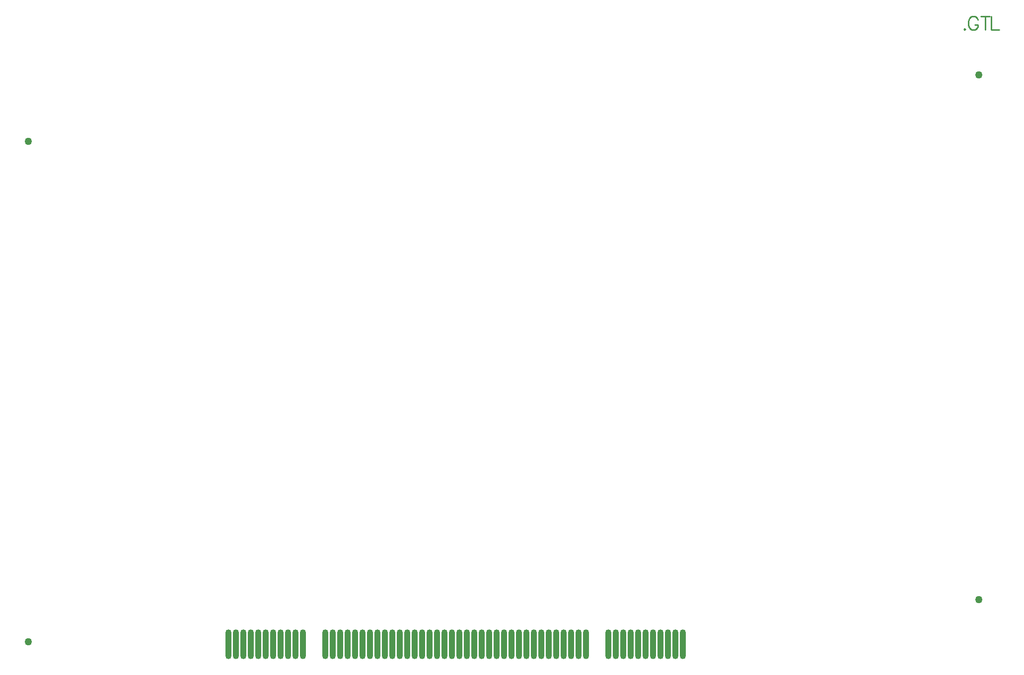
<source format=gtl>
G04*
G04 #@! TF.GenerationSoftware,Altium Limited,Altium Designer,20.0.13 (296)*
G04*
G04 Layer_Physical_Order=1*
G04 Layer_Color=255*
%FSLAX44Y44*%
%MOMM*%
G71*
G01*
G75*
%ADD11C,0.2286*%
%ADD18O,1.0160X5.0800*%
%ADD19C,1.2700*%
D11*
X2687646Y2619139D02*
X2686558Y2618050D01*
X2687646Y2616962D01*
X2688735Y2618050D01*
X2687646Y2619139D01*
X2710066Y2634375D02*
X2708978Y2636552D01*
X2706801Y2638729D01*
X2704624Y2639817D01*
X2700271D01*
X2698094Y2638729D01*
X2695918Y2636552D01*
X2694829Y2634375D01*
X2693741Y2631111D01*
Y2625669D01*
X2694829Y2622404D01*
X2695918Y2620227D01*
X2698094Y2618050D01*
X2700271Y2616962D01*
X2704624D01*
X2706801Y2618050D01*
X2708978Y2620227D01*
X2710066Y2622404D01*
Y2625669D01*
X2704624D02*
X2710066D01*
X2722909Y2639817D02*
Y2616962D01*
X2715290Y2639817D02*
X2730527D01*
X2733248D02*
Y2616962D01*
X2746308D01*
D18*
X1597152Y1568450D02*
D03*
X2041652D02*
D03*
X2206752D02*
D03*
X2194052D02*
D03*
X2181352D02*
D03*
X2168652D02*
D03*
X2155952D02*
D03*
X2143252D02*
D03*
X2130552D02*
D03*
X2117852D02*
D03*
X2105152D02*
D03*
X2092452D02*
D03*
X2079752D02*
D03*
X2028952D02*
D03*
X2016252D02*
D03*
X2003552D02*
D03*
X1990852D02*
D03*
X1978152D02*
D03*
X1965452D02*
D03*
X1952752D02*
D03*
X1940052D02*
D03*
X1927352D02*
D03*
X1914652D02*
D03*
X1901952D02*
D03*
X1889252D02*
D03*
X1876552D02*
D03*
X1863852D02*
D03*
X1851152D02*
D03*
X1838452D02*
D03*
X1825752D02*
D03*
X1813052D02*
D03*
X1800352D02*
D03*
X1787652D02*
D03*
X1774952D02*
D03*
X1762252D02*
D03*
X1749552D02*
D03*
X1736852D02*
D03*
X1724152D02*
D03*
X1711452D02*
D03*
X1698752D02*
D03*
X1686052D02*
D03*
X1673352D02*
D03*
X1660652D02*
D03*
X1647952D02*
D03*
X1635252D02*
D03*
X1622552D02*
D03*
X1609852D02*
D03*
X1559052D02*
D03*
X1546352D02*
D03*
X1533652D02*
D03*
X1520952D02*
D03*
X1508252D02*
D03*
X1495552D02*
D03*
X1482852D02*
D03*
X1470152D02*
D03*
X1457452D02*
D03*
X1444752D02*
D03*
X1432052D02*
D03*
D19*
X1090930Y1572260D02*
D03*
Y2426208D02*
D03*
X2711450Y2540000D02*
D03*
Y1644650D02*
D03*
M02*

</source>
